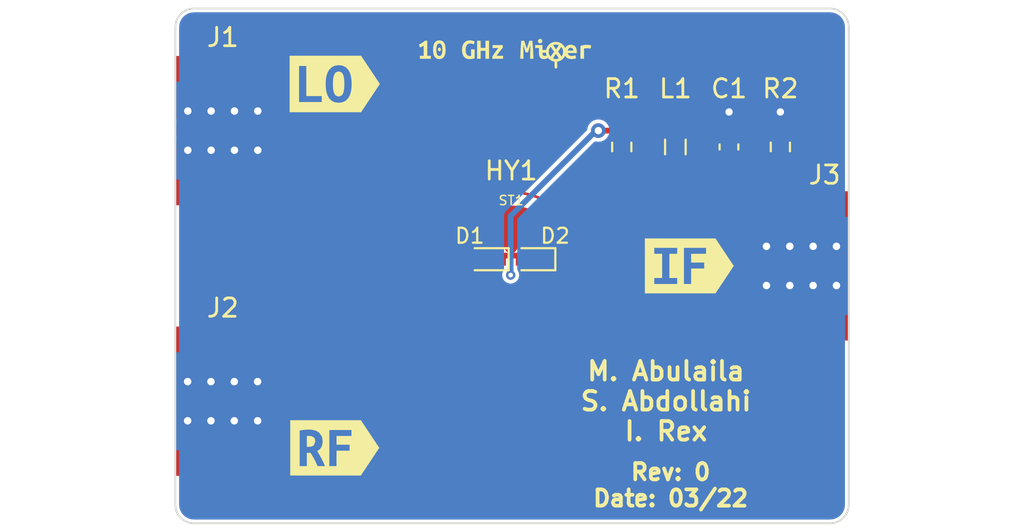
<source format=kicad_pcb>
(kicad_pcb (version 20211014) (generator pcbnew)
  (layers (0 "F.Cu" signal) (1 "In1.Cu" power) (2 "In2.Cu" power) (31 "B.Cu" signal) (34 "B.Paste" user) (35 "F.Paste" user) (36 "B.SilkS" user "B.Silkscreen") (37 "F.SilkS" user "F.Silkscreen") (38 "B.Mask" user) (39 "F.Mask" user) (44 "Edge.Cuts" user))
  (net 0 "")
  (net 1 "/IF_FILTERED")
  (net 2 "GND")
  (net 3 "/IF_UNFILTERED")
  (net 4 "/SUM")
  (net 5 "/DIFF")
  (net 6 "/RF")
  (net 7 "/LO")
  (net 8 "Net-(L1-Pad1)")
  (footprint "irex_Connector_Coaxial:SMA_Cinch_142-0761-861_EdgeMount" (layer "F.Cu") (at 78.221688 111.76 90)
    (fp_text reference "J2" (at 5.08 2.042312 unlocked) (layer "F.SilkS"))
    (fp_text value "SMA")
    (pad "1" smd rect (at 0 0 90) (size 0.508 1.016) (layers "F.Cu" "F.Mask") (net 6 "/RF"))
    (pad "2" thru_hole circle (at -1.0668 2.667 90) (size 0.762 0.762) (drill 0.4064) (layers *.Cu "F.Mask") (net 2 "GND"))
    (pad "2" thru_hole circle (at -1.0668 0.127 90) (size 0.762 0.762) (drill 0.4064) (layers *.Cu *.Mask) (net 2 "GND"))
    (pad "2" smd rect (at 2.34061 2.2606 90) (size 3.44932 5.5372) (layers "F.Cu" "F.Mask") (net 2 "GND"))
    (pad "2" smd rect (at 0 0.381 90) (size 5.334 1.778) (layers "B.Cu" "B.Mask") (net 2 "GND"))
    (pad "2" thru_hole circle (at 1.0668 1.397 90) (size 0.762 0.762) (drill 0.4064) (layers *.Cu "F.Mask") (net 2 "GND"))
    (pad "2" thru_hole circle (at 1.0668 3.937 90) (size 0.762 0.762) (drill 0.4064) (layers *.Cu "F.Mask") (net 2 "GND"))
    (pad "2" thru_hole circle (at -1.0668 1.397 90) (size 0.762 0.762) (drill 0.4064) (layers *.Cu "F.Mask") (net 2 "GND"))
    (pad "2" thru_hole circle (at 1.0668 0.127 90) (size 0.762 0.762) (drill 0.4064) (layers *.Cu *.Mask) (net 2 "GND"))
    (pad "2" thru_hole circle (at -1.0668 3.937 90) (size 0.762 0.762) (drill 0.4064) (layers *.Cu "F.Mask") (net 2 "GND"))
    (pad "2" thru_hole circle (at 1.0668 2.667 90) (size 0.762 0.762) (drill 0.4064) (layers *.Cu "F.Mask") (net 2 "GND"))
    (pad "2" smd rect (at -2.34061 2.2606 90) (size 3.44932 5.5372) (layers "F.Cu" "F.Mask") (net 2 "GND"))
  )
  (footprint "Geometries_MLIN:RadialStub_L99.00mils_TraceWidth13.50mils_Angle80deg" (layer "F.Cu") (at 95.9485 103.683925)
    (fp_text reference "ST1" (at 0.0127 -2.853925) (layer "F.SilkS") (effects (font (size 0.508 0.508) (thickness 0.0762))))
    (fp_text value "10GHz GND" hide)
    (pad "1" smd custom locked (at 0 -0.085725) (size 0.3429 0.17145) (layers "F.Cu") (net 3 "/IF_UNFILTERED") (options (clearance outline) (anchor rect)) (primitives (gr_poly (pts (xy -0.17145 0.085725) (xy -1.787804 -1.84057) (xy -1.634824 -1.960091) (xy -1.47388 -2.068649) (xy -1.305755 -2.165716) (xy -1.131268 -2.250819) (xy -0.95127 -2.323543) (xy -0.766638 -2.383534) (xy -0.578271 -2.430499) (xy -0.387086 -2.46421) (xy -0.194016 -2.484503) (xy 0 -2.491278) (xy 0.194016 -2.484503) (xy 0.387086 -2.46421) (xy 0.578271 -2.430499) (xy 0.766638 -2.383534) (xy 0.95127 -2.323543) (xy 1.131268 -2.250819) (xy 1.305755 -2.165716) (xy 1.47388 -2.068649) (xy 1.634824 -1.960091) (xy 1.787804 -1.84057) (xy 0.17145 0.085725)) (width 0) (fill yes))))
  )
  (footprint "kibuzzard-623945C3" (layer "F.Cu") (at 95.631 92.583)
    (fp_text reference "kibuzzard-623945C3" hide)
    (fp_text value "G***" hide)
    (fp_poly (pts (xy -0.870744 -0.450056) (xy -0.870744 0.532606) (xy -1.066006 0.532606) (xy -1.066006 0.099219) (xy -1.326356 0.099219) (xy -1.326356 0.532606) (xy -1.521619 0.532606) (xy -1.521619 -0.450056) (xy -1.326356 -0.450056) (xy -1.326356 -0.062706) (xy -1.066006 -0.062706) (xy -1.066006 -0.450056) (xy -0.870744 -0.450056)) (layer "F.SilkS") (width 0) (fill solid))
    (fp_poly (pts (xy 2.323306 0.500856) (xy 2.2098 0.53975) (xy 2.112169 0.550069) (xy 2.04212 0.544513) (xy 1.984375 0.527844) (xy 1.901825 0.46355) (xy 1.858169 0.361156) (xy 1.848644 0.296466) (xy 1.845469 0.223044) (xy 1.845469 -0.051594) (xy 1.639094 -0.051594) (xy 1.639094 -0.213519) (xy 2.040731 -0.213519) (xy 2.040731 0.248444) (xy 2.065338 0.347663) (xy 2.147094 0.380206) (xy 2.212181 0.373063) (xy 2.297906 0.343694) (xy 2.323306 0.500856)) (layer "F.SilkS") (width 0) (fill solid))
    (fp_poly (pts (xy 3.218656 0.165894) (xy 3.718719 0.088106) (xy 3.710781 0.030163) (xy 3.685381 -0.019844) (xy 3.640931 -0.055563) (xy 3.574256 -0.069056) (xy 3.508375 -0.056356) (xy 3.462338 -0.021431) (xy 3.433763 0.029369) (xy 3.420269 0.088106) (xy 3.718719 0.088106) (xy 3.218656 0.165894) (xy 3.226197 0.073422) (xy 3.248819 -0.007144) (xy 3.283744 -0.075605) (xy 3.328194 -0.131763) (xy 3.380978 -0.175617) (xy 3.440906 -0.207169) (xy 3.5052 -0.226219) (xy 3.571081 -0.232569) (xy 3.672328 -0.221721) (xy 3.755937 -0.189177) (xy 3.821906 -0.134938) (xy 3.869531 -0.059884) (xy 3.898106 0.035101) (xy 3.907631 0.150019) (xy 3.906838 0.189706) (xy 3.904456 0.223044) (xy 3.420269 0.223044) (xy 3.43535 0.28833) (xy 3.480594 0.338138) (xy 3.54965 0.369689) (xy 3.636169 0.380206) (xy 3.748088 0.367506) (xy 3.837781 0.342106) (xy 3.864769 0.508794) (xy 3.756819 0.538163) (xy 3.628231 0.550069) (xy 3.537942 0.543917) (xy 3.457575 0.525463) (xy 3.387725 0.494903) (xy 3.328988 0.452438) (xy 3.281958 0.398264) (xy 3.247231 0.332581) (xy 3.2258 0.255191) (xy 3.218656 0.165894)) (layer "F.SilkS") (width 0) (fill solid))
    (fp_poly (pts (xy 2.778919 0.019844) (xy 2.931319 -0.213519) (xy 3.129756 -0.213519) (xy 2.888456 0.145256) (xy 2.963069 0.242888) (xy 3.032919 0.346869) (xy 3.093244 0.446881) (xy 3.139281 0.532606) (xy 2.936081 0.532606) (xy 2.893219 0.456009) (xy 2.850356 0.388144) (xy 2.808684 0.327819) (xy 2.769394 0.273844) (xy 2.72415 0.33655) (xy 2.683669 0.397669) (xy 2.645172 0.461566) (xy 2.605881 0.532606) (xy 2.407444 0.532606) (xy 2.462213 0.439738) (xy 2.5273 0.341313) (xy 2.598738 0.242094) (xy 2.670969 0.148431) (xy 2.409031 -0.213519) (xy 2.613819 -0.213519) (xy 2.778919 0.019844)) (layer "F.SilkS") (width 0) (fill solid))
    (fp_poly (pts (xy -4.429919 0.370681) (xy -4.429919 -0.178594) (xy -4.531519 -0.122238) (xy -4.628356 -0.083344) (xy -4.691856 -0.245269) (xy -4.609306 -0.281781) (xy -4.520406 -0.330994) (xy -4.436269 -0.388144) (xy -4.368006 -0.450056) (xy -4.234656 -0.450056) (xy -4.234656 0.370681) (xy -4.039394 0.370681) (xy -4.039394 0.532606) (xy -4.636294 0.532606) (xy -4.636294 0.370681) (xy -4.429919 0.370681)) (layer "F.SilkS") (width 0) (fill solid))
    (fp_poly (pts (xy -0.123031 -0.070644) (xy -0.186531 0.004763) (xy -0.229592 0.057745) (xy -0.276225 0.116681) (xy -0.324644 0.179983) (xy -0.373063 0.246063) (xy -0.418902 0.310952) (xy -0.459581 0.370681) (xy -0.107156 0.370681) (xy -0.107156 0.532606) (xy -0.692944 0.532606) (xy -0.692944 0.413544) (xy -0.654844 0.352425) (xy -0.613569 0.289719) (xy -0.570706 0.226814) (xy -0.527844 0.1651) (xy -0.485378 0.10537) (xy -0.443706 0.048419) (xy -0.369094 -0.051594) (xy -0.677069 -0.051594) (xy -0.677069 -0.213519) (xy -0.123031 -0.213519) (xy -0.123031 -0.070644)) (layer "F.SilkS") (width 0) (fill solid))
    (fp_poly (pts (xy -3.488531 0.023019) (xy -3.513138 0.096838) (xy -3.575844 0.127794) (xy -3.640931 0.096838) (xy -3.664744 0.023019) (xy -3.640931 -0.051594) (xy -3.575844 -0.083344) (xy -3.513138 -0.051594) (xy -3.488531 0.023019)) (layer "F.SilkS") (width 0) (fill solid))
    (fp_poly (pts (xy -1.891506 -0.302419) (xy -2.008981 -0.277019) (xy -2.087563 -0.206375) (xy -2.132013 -0.098425) (xy -2.142133 -0.032345) (xy -2.145506 0.040481) (xy -2.139333 0.147638) (xy -2.120812 0.234156) (xy -2.089944 0.300038) (xy -2.021284 0.362545) (xy -1.926431 0.383381) (xy -1.888331 0.381794) (xy -1.850231 0.377031) (xy -1.850231 0.018256) (xy -1.654969 0.018256) (xy -1.654969 0.508794) (xy -1.763713 0.537369) (xy -1.84527 0.549275) (xy -1.942306 0.553244) (xy -2.029817 0.545108) (xy -2.1082 0.5207) (xy -2.176661 0.480219) (xy -2.234406 0.423863) (xy -2.280841 0.351631) (xy -2.315369 0.263525) (xy -2.3368 0.159742) (xy -2.343944 0.040481) (xy -2.335609 -0.077589) (xy -2.310606 -0.180975) (xy -2.271316 -0.26928) (xy -2.220119 -0.342106) (xy -2.157809 -0.399058) (xy -2.085181 -0.439738) (xy -2.004616 -0.464145) (xy -1.918494 -0.472281) (xy -1.8161 -0.46355) (xy -1.737519 -0.443706) (xy -1.68275 -0.419894) (xy -1.650206 -0.400844) (xy -1.701006 -0.245269) (xy -1.786731 -0.284956) (xy -1.891506 -0.302419)) (layer "F.SilkS") (width 0) (fill solid))
    (fp_poly (pts (xy 1.043781 -0.450056) (xy 1.071563 -0.364331) (xy 1.107281 -0.251619) (xy 1.145381 -0.129381) (xy 1.181894 -0.015081) (xy 1.221581 -0.136525) (xy 1.261269 -0.257175) (xy 1.296194 -0.365919) (xy 1.324769 -0.450056) (xy 1.486694 -0.450056) (xy 1.497608 -0.323056) (xy 1.508125 -0.199231) (xy 1.51765 -0.077589) (xy 1.525588 0.042863) (xy 1.532136 0.163116) (xy 1.537494 0.284163) (xy 1.541859 0.406995) (xy 1.545431 0.532606) (xy 1.366044 0.532606) (xy 1.375569 -0.230981) (xy 1.254919 0.184944) (xy 1.112044 0.184944) (xy 0.996156 -0.230981) (xy 1.004094 0.532606) (xy 0.824706 0.532606) (xy 0.829667 0.409575) (xy 0.835025 0.281781) (xy 0.84078 0.152003) (xy 0.846931 0.023019) (xy 0.853877 -0.103584) (xy 0.862013 -0.226219) (xy 0.871339 -0.342503) (xy 0.881856 -0.450056) (xy 1.043781 -0.450056)) (layer "F.SilkS") (width 0) (fill solid))
    (fp_poly (pts (xy 4.656931 -0.015081) (xy 4.611688 -0.024606) (xy 4.558506 -0.033338) (xy 4.506119 -0.038894) (xy 4.463256 -0.040481) (xy 4.382294 -0.036513) (xy 4.301331 -0.021431) (xy 4.301331 0.532606) (xy 4.104481 0.532606) (xy 4.104481 -0.164306) (xy 4.183261 -0.190103) (xy 4.264025 -0.210344) (xy 4.352727 -0.223441) (xy 4.455319 -0.227806) (xy 4.500563 -0.226219) (xy 4.563269 -0.220663) (xy 4.630738 -0.211138) (xy 4.691856 -0.196056) (xy 4.656931 -0.015081)) (layer "F.SilkS") (width 0) (fill solid))
    (fp_poly (pts (xy 2.032794 -0.427831) (xy 1.996281 -0.337344) (xy 1.908969 -0.304006) (xy 1.82245 -0.337344) (xy 1.786731 -0.427831) (xy 1.82245 -0.519906) (xy 1.908969 -0.553244) (xy 1.996281 -0.519906) (xy 2.032794 -0.427831)) (layer "F.SilkS") (width 0) (fill solid))
    (fp_poly (pts (xy -3.236119 0.038894) (xy -3.412331 0.038894) (xy -3.417006 -0.064382) (xy -3.431028 -0.149842) (xy -3.4544 -0.217488) (xy -3.506192 -0.283567) (xy -3.577431 -0.305594) (xy -3.647678 -0.283567) (xy -3.699669 -0.217488) (xy -3.723481 -0.149842) (xy -3.737769 -0.064382) (xy -3.742531 0.038894) (xy -3.737769 0.143051) (xy -3.723481 0.229041) (xy -3.699669 0.296863) (xy -3.647678 0.362942) (xy -3.577431 0.384969) (xy -3.506192 0.362942) (xy -3.4544 0.296863) (xy -3.431028 0.229041) (xy -3.417006 0.143051) (xy -3.412331 0.038894) (xy -3.236119 0.038894) (xy -3.241576 0.160734) (xy -3.257947 0.265906) (xy -3.285232 0.354409) (xy -3.323431 0.426244) (xy -3.390459 0.496799) (xy -3.475126 0.539133) (xy -3.577431 0.553244) (xy -3.679737 0.539133) (xy -3.764403 0.496799) (xy -3.831431 0.426244) (xy -3.86963 0.354409) (xy -3.896916 0.265906) (xy -3.913287 0.160734) (xy -3.918744 0.038894) (xy -3.913188 -0.081558) (xy -3.896519 -0.185738) (xy -3.868738 -0.273645) (xy -3.829844 -0.345281) (xy -3.762287 -0.415837) (xy -3.678149 -0.45817) (xy -3.577431 -0.472281) (xy -3.475126 -0.458258) (xy -3.390459 -0.41619) (xy -3.323431 -0.346075) (xy -3.285232 -0.274687) (xy -3.257947 -0.18673) (xy -3.241576 -0.082203) (xy -3.236119 0.038894)) (layer "F.SilkS") (width 0) (fill solid))
  )
  (footprint "Capacitor_SMD:C_0603_1608Metric" (layer "F.Cu") (at 107.823 97.917 90)
    (fp_text reference "C1" (at 3.175 0.004668 180) (layer "F.SilkS"))
    (fp_text value "C")
    (fp_line (start -0.14058 -0.51) (end 0.14058 -0.51) (layer "F.SilkS") (width 0.12))
    (fp_line (start -0.14058 0.51) (end 0.14058 0.51) (layer "F.SilkS") (width 0.12))
    (pad "1" smd roundrect (at -0.775 0 90) (size 0.9 0.95) (layers "F.Cu" "F.Paste" "F.Mask") (net 1 "/IF_FILTERED"))
    (pad "2" smd roundrect (at 0.775 0 90) (size 0.9 0.95) (layers "F.Cu" "F.Paste" "F.Mask") (net 2 "GND"))
  )
  (footprint "irex_Connector_Coaxial:SMA_Cinch_142-0761-861_EdgeMount" (layer "F.Cu") (at 78.232 97.028 90)
    (fp_text reference "J1" (at 5.08 2.032 unlocked) (layer "F.SilkS"))
    (fp_text value "SMA")
    (pad "1" smd rect (at 0 0 90) (size 0.508 1.016) (layers "F.Cu" "F.Mask") (net 7 "/LO"))
    (pad "2" thru_hole circle (at -1.0668 1.397 90) (size 0.762 0.762) (drill 0.4064) (layers *.Cu "F.Mask") (net 2 "GND"))
    (pad "2" thru_hole circle (at 1.0668 1.397 90) (size 0.762 0.762) (drill 0.4064) (layers *.Cu "F.Mask") (net 2 "GND"))
    (pad "2" smd rect (at 2.34061 2.2606 90) (size 3.44932 5.5372) (layers "F.Cu" "F.Mask") (net 2 "GND"))
    (pad "2" smd rect (at -2.34061 2.2606 90) (size 3.44932 5.5372) (layers "F.Cu" "F.Mask") (net 2 "GND"))
    (pad "2" smd rect (at 0 0.381 90) (size 5.334 1.778) (layers "B.Cu" "B.Mask") (net 2 "GND"))
    (pad "2" thru_hole circle (at 1.0668 2.667 90) (size 0.762 0.762) (drill 0.4064) (layers *.Cu "F.Mask") (net 2 "GND"))
    (pad "2" thru_hole circle (at 1.0668 3.937 90) (size 0.762 0.762) (drill 0.4064) (layers *.Cu "F.Mask") (net 2 "GND"))
    (pad "2" thru_hole circle (at -1.0668 0.127 90) (size 0.762 0.762) (drill 0.4064) (layers *.Cu *.Mask) (net 2 "GND"))
    (pad "2" thru_hole circle (at -1.0668 3.937 90) (size 0.762 0.762) (drill 0.4064) (layers *.Cu "F.Mask") (net 2 "GND"))
    (pad "2" thru_hole circle (at 1.0668 0.127 90) (size 0.762 0.762) (drill 0.4064) (layers *.Cu *.Mask) (net 2 "GND"))
    (pad "2" thru_hole circle (at -1.0668 2.667 90) (size 0.762 0.762) (drill 0.4064) (layers *.Cu "F.Mask") (net 2 "GND"))
  )
  (footprint "Diode_SMD:D_SOD-523" (layer "F.Cu") (at 97.2185 104.03 180)
    (fp_text reference "D2" (at -1.141501 1.270007) (layer "F.SilkS") (effects (font (size 0.8128 0.8128) (thickness 0.12192))))
    (fp_text value "SMS7621-079LF")
    (fp_line (start 0.7 0.6) (end -1.15 0.6) (layer "F.SilkS") (width 0.12))
    (fp_line (start -1.15 -0.6) (end -1.15 0.6) (layer "F.SilkS") (width 0.12))
    (fp_line (start 0.7 -0.6) (end -1.15 -0.6) (layer "F.SilkS") (width 0.12))
    (pad "1" smd rect (at -0.7 0) (size 0.6 0.7) (layers "F.Cu" "F.Paste" "F.Mask") (net 5 "/DIFF"))
    (pad "2" smd rect (at 0.7 0) (size 0.6 0.7) (layers "F.Cu" "F.Paste" "F.Mask") (net 3 "/IF_UNFILTERED"))
  )
  (footprint "Geometries_MLIN:RatRaceCoupler_Radius158.00mils_TraceWidth5.90mils" (layer "F.Cu") (at 95.9485 104.394 -30)
    (fp_text reference "HY1" (at -2.579801 -4.493747) (layer "F.SilkS"))
    (fp_text value "10GHz Rat Race")
    (fp_circle (center 0 0) (end 4.0132 0) (layer "F.Cu") (width 0.14986) (fill none))
    (pad "1" smd circle locked (at -4.0132 0 330) (size 0.14986 0.14986) (layers "F.Cu") (net 7 "/LO"))
    (pad "2" smd circle locked (at -2.0066 3.475533 330) (size 0.14986 0.14986) (layers "F.Cu") (net 4 "/SUM"))
    (pad "3" smd circle locked (at 2.0066 3.475533 330) (size 0.14986 0.14986) (layers "F.Cu") (net 6 "/RF"))
    (pad "4" smd circle locked (at 4.0132 0 330) (size 0.14986 0.14986) (layers "F.Cu") (net 5 "/DIFF"))
  )
  (footprint "kibuzzard-623F2807" (layer "F.Cu") (at 86.36 114.3)
    (fp_text reference "kibuzzard-623F2807" hide)
    (fp_text value "G***" hide)
    (fp_poly (pts (xy -1.911835 -1.506405) (xy -1.403835 -0.993775) (xy -1.243498 -0.98425) (xy -1.099035 -0.955675) (xy -0.972035 -0.907256) (xy -0.864085 -0.8382) (xy -0.713273 -0.636588) (xy -0.673982 -0.503634) (xy -0.660885 -0.34925) (xy -0.678348 -0.185738) (xy -0.730735 -0.0381) (xy -0.823604 0.084931) (xy -0.96251 0.174625) (xy -0.29576 0.993775) (xy -0.29576 -0.97155) (xy 0.907565 -0.97155) (xy 0.907565 -0.6477) (xy 0.094765 -0.6477) (xy 0.094765 -0.17145) (xy 0.805965 -0.17145) (xy 0.805965 0.1524) (xy 0.094765 0.1524) (xy 0.094765 0.993775) (xy -0.29576 0.993775) (xy -0.96251 0.174625) (xy -0.84821 0.357188) (xy -0.730735 0.566738) (xy -0.621198 0.785813) (xy -0.53071 0.993775) (xy -0.940285 0.993775) (xy -1.019263 0.806847) (xy -1.110148 0.627063) (xy -1.210557 0.449659) (xy -1.31811 0.269875) (xy -1.52131 0.269875) (xy -1.52131 0.993775) (xy -1.911835 0.993775) (xy -1.911835 -0.942975) (xy -1.786423 -0.966788) (xy -1.64831 -0.982663) (xy -1.51496 -0.9906) (xy -1.403835 -0.993775) (xy -1.911835 -1.506405) (xy -2.424465 -1.506405) (xy -2.424465 1.506405) (xy -1.911835 1.506405) (xy 0.907565 1.506405) (xy 1.420195 1.506405) (xy 2.424465 0) (xy 1.420195 -1.506405) (xy 0.907565 -1.506405) (xy -1.911835 -1.506405)) (layer "F.SilkS") (width 0) (fill solid))
    (fp_poly (pts (xy -1.05776 -0.352425) (xy -1.081573 -0.487363) (xy -1.15301 -0.581025) (xy -1.263341 -0.635794) (xy -1.403835 -0.65405) (xy -1.45781 -0.652463) (xy -1.52131 -0.644525) (xy -1.52131 -0.053975) (xy -1.435585 -0.053975) (xy -1.263341 -0.073422) (xy -1.14666 -0.131763) (xy -1.05776 -0.352425)) (layer "F.SilkS") (width 0) (fill solid))
  )
  (footprint "kibuzzard-62394568" (layer "F.Cu") (at 105.664 104.394)
    (fp_text reference "kibuzzard-62394568" hide)
    (fp_text value "G***" hide)
    (fp_poly (pts (xy -1.908131 -1.495293) (xy -1.908131 -0.982663) (xy -0.660356 -0.982663) (xy -0.660356 -0.658813) (xy -1.085806 -0.658813) (xy -1.085806 0.658813) (xy -0.660356 0.658813) (xy -0.292056 0.982663) (xy -0.292056 -0.982663) (xy 0.911269 -0.982663) (xy 0.911269 -0.658813) (xy 0.098469 -0.658813) (xy 0.098469 -0.182563) (xy 0.809669 -0.182563) (xy 0.809669 0.141288) (xy 0.098469 0.141288) (xy 0.098469 0.982663) (xy -0.292056 0.982663) (xy -0.660356 0.658813) (xy -0.660356 0.982663) (xy -1.908131 0.982663) (xy -1.908131 0.658813) (xy -1.479506 0.658813) (xy -1.479506 -0.658813) (xy -1.908131 -0.658813) (xy -1.908131 -0.982663) (xy -1.908131 -1.495293) (xy -2.420761 -1.495293) (xy -2.420761 1.495293) (xy -1.908131 1.495293) (xy 0.911269 1.495293) (xy 1.423899 1.495293) (xy 2.420761 0) (xy 1.423899 -1.495293) (xy 0.911269 -1.495293) (xy -1.908131 -1.495293)) (layer "F.SilkS") (width 0) (fill solid))
  )
  (footprint "Resistor_SMD:R_0603_1608Metric" (layer "F.Cu") (at 101.985668 97.917 -90)
    (fp_text reference "R1" (at -3.175 0 180) (layer "F.SilkS"))
    (fp_text value "R")
    (fp_line (start -0.237258 -0.5225) (end 0.237258 -0.5225) (layer "F.SilkS") (width 0.12))
    (fp_line (start -0.237258 0.5225) (end 0.237258 0.5225) (layer "F.SilkS") (width 0.12))
    (pad "1" smd roundrect (at -0.825 0 270) (size 0.8 0.95) (layers "F.Cu" "F.Paste" "F.Mask") (net 3 "/IF_UNFILTERED"))
    (pad "2" smd roundrect (at 0.825 0 270) (size 0.8 0.95) (layers "F.Cu" "F.Paste" "F.Mask") (net 8 "Net-(L1-Pad1)"))
  )
  (footprint "Resistor_SMD:R_0603_1608Metric" (layer "F.Cu") (at 110.621668 97.917 -90)
    (fp_text reference "R2" (at -3.175 0 180) (layer "F.SilkS"))
    (fp_text value "R")
    (fp_line (start -0.237258 0.5225) (end 0.237258 0.5225) (layer "F.SilkS") (width 0.12))
    (fp_line (start -0.237258 -0.5225) (end 0.237258 -0.5225) (layer "F.SilkS") (width 0.12))
    (pad "1" smd roundrect (at -0.825 0 270) (size 0.8 0.95) (layers "F.Cu" "F.Paste" "F.Mask") (net 2 "GND"))
    (pad "2" smd roundrect (at 0.825 0 270) (size 0.8 0.95) (layers "F.Cu" "F.Paste" "F.Mask") (net 1 "/IF_FILTERED"))
  )
  (footprint "Diode_SMD:D_SOD-523" (layer "F.Cu") (at 94.6785 104.03 180)
    (fp_text reference "D1" (at 0.968502 1.270007) (layer "F.SilkS") (effects (font (size 0.8128 0.8128) (thickness 0.12192))))
    (fp_text value "SMS7621-079LF")
    (fp_line (start 0.7 -0.6) (end -1.15 -0.6) (layer "F.SilkS") (width 0.12))
    (fp_line (start 0.7 0.6) (end -1.15 0.6) (layer "F.SilkS") (width 0.12))
    (fp_line (start -1.15 -0.6) (end -1.15 0.6) (layer "F.SilkS") (width 0.12))
    (pad "1" smd rect (at -0.7 0) (size 0.6 0.7) (layers "F.Cu" "F.Paste" "F.Mask") (net 3 "/IF_UNFILTERED"))
    (pad "2" smd rect (at 0.7 0) (size 0.6 0.7) (layers "F.Cu" "F.Paste" "F.Mask") (net 4 "/SUM"))
  )
  (footprint "Inductor_SMD:L_0805_2012Metric" (layer "F.Cu") (at 104.904334 97.917 -90)
    (fp_text reference "L1" (at -3.175 -0.002334 180) (layer "F.SilkS"))
    (fp_text value "L")
    (fp_line (start -0.399622 -0.56) (end 0.399622 -0.56) (layer "F.SilkS") (width 0.12))
    (fp_line (start -0.399622 0.56) (end 0.399622 0.56) (layer "F.SilkS") (width 0.12))
    (pad "1" smd roundrect (at -1.0625 0 270) (size 0.875 1.2) (layers "F.Cu" "F.Paste" "F.Mask") (net 8 "Net-(L1-Pad1)"))
    (pad "2" smd roundrect (at 1.0625 0 270) (size 0.875 1.2) (layers "F.Cu" "F.Paste" "F.Mask") (net 1 "/IF_FILTERED"))
  )
  (footprint "kibuzzard-623F27F5" (layer "F.Cu") (at 86.36 94.488)
    (fp_text reference "kibuzzard-623F27F5" hide)
    (fp_text value "G***" hide)
    (fp_poly (pts (xy -0.099968 0) (xy -0.09719 0.138509) (xy -0.088856 0.268288) (xy -0.044406 0.485775) (xy 0.049257 0.631825) (xy 0.211182 0.6858) (xy 0.371519 0.631825) (xy 0.466769 0.484188) (xy 0.511219 0.2667) (xy 0.519553 0.138113) (xy 0.522332 0) (xy 0.519553 -0.138509) (xy 0.511219 -0.268288) (xy 0.466769 -0.485775) (xy 0.373107 -0.631825) (xy 0.211182 -0.6858) (xy 0.049257 -0.631825) (xy -0.044406 -0.484188) (xy -0.088856 -0.2667) (xy -0.09719 -0.138113) (xy -0.099968 0)) (layer "F.SilkS") (width 0) (fill solid))
    (fp_poly (pts (xy -1.944643 -1.538155) (xy -1.944643 -0.981075) (xy -1.550943 -0.981075) (xy -1.550943 0.6604) (xy -0.709568 0.6604) (xy -0.709568 0.98425) (xy -0.496843 0) (xy -0.485136 -0.238423) (xy -0.450012 -0.445691) (xy -0.391473 -0.621804) (xy -0.309518 -0.766763) (xy -0.168407 -0.910519) (xy 0.005159 -0.996774) (xy 0.211182 -1.025525) (xy 0.423554 -0.996774) (xy 0.599237 -0.910519) (xy 0.738232 -0.766763) (xy 0.817408 -0.621804) (xy 0.873963 -0.445691) (xy 0.907896 -0.238423) (xy 0.919207 0) (xy 0.907697 0.238423) (xy 0.873169 0.445691) (xy 0.815622 0.621804) (xy 0.735057 0.766763) (xy 0.595357 0.910519) (xy 0.42179 0.996774) (xy 0.214357 1.025525) (xy 0.001808 0.996774) (xy -0.174405 0.910519) (xy -0.314281 0.766763) (xy -0.394152 0.621804) (xy -0.451203 0.445691) (xy -0.485433 0.238423) (xy -0.496843 0) (xy -0.709568 0.98425) (xy -1.944643 0.98425) (xy -1.944643 -0.981075) (xy -1.944643 -1.538155) (xy -2.457274 -1.538155) (xy -2.457274 1.538155) (xy -1.944643 1.538155) (xy 0.919207 1.538155) (xy 1.431837 1.538155) (xy 2.457274 0) (xy 1.431837 -1.538155) (xy 0.919207 -1.538155) (xy -1.944643 -1.538155)) (layer "F.SilkS") (width 0) (fill solid))
  )
  (footprint "irex_Connector_Coaxial:SMA_Cinch_142-0761-861_EdgeMount" (layer "F.Cu") (at 113.802312 104.394 -90)
    (fp_text reference "J3" (at -4.953 0.7723 unlocked) (layer "F.SilkS"))
    (fp_text value "SMA")
    (pad "1" smd rect (at 0 0 270) (size 0.508 1.016) (layers "F.Cu" "F.Mask") (net 1 "/IF_FILTERED"))
    (pad "2" thru_hole circle (at 1.0668 0.127 270) (size 0.762 0.762) (drill 0.4064) (layers *.Cu *.Mask) (net 2 "GND"))
    (pad "2" smd rect (at 0 0.381 270) (size 5.334 1.778) (layers "B.Cu" "B.Mask") (net 2 "GND"))
    (pad "2" thru_hole circle (at -1.0668 1.397 270) (size 0.762 0.762) (drill 0.4064) (layers *.Cu "F.Mask") (net 2 "GND"))
    (pad "2" thru_hole circle (at -1.0668 3.937 270) (size 0.762 0.762) (drill 0.4064) (layers *.Cu "F.Mask") (net 2 "GND"))
    (pad "2" thru_hole circle (at 1.0668 3.937 270) (size 0.762 0.762) (drill 0.4064) (layers *.Cu "F.Mask") (net 2 "GND"))
    (pad "2" smd rect (at 2.34061 2.2606 270) (size 3.44932 5.5372) (layers "F.Cu" "F.Mask") (net 2 "GND"))
    (pad "2" smd rect (at -2.34061 2.2606 270) (size 3.44932 5.5372) (layers "F.Cu" "F.Mask") (net 2 "GND"))
    (pad "2" thru_hole circle (at -1.0668 0.127 270) (size 0.762 0.762) (drill 0.4064) (layers *.Cu *.Mask) (net 2 "GND"))
    (pad "2" thru_hole circle (at 1.0668 2.667 270) (size 0.762 0.762) (drill 0.4064) (layers *.Cu "F.Mask") (net 2 "GND"))
    (pad "2" thru_hole circle (at -1.0668 2.667 270) (size 0.762 0.762) (drill 0.4064) (layers *.Cu "F.Mask") (net 2 "GND"))
    (pad "2" thru_hole circle (at 1.0668 1.397 270) (size 0.762 0.762) (drill 0.4064) (layers *.Cu "F.Mask") (net 2 "GND"))
  )
  (gr_line (start 98.3996 93.202373) (end 98.3996 93.5736) (layer "F.SilkS") (width 0.15))
  (gr_circle (center 98.3996 92.7354) (end 98.7298 93.0656) (layer "F.SilkS") (width 0.15) (fill none))
  (gr_line (start 97.932627 92.71) (end 97.663 92.71) (layer "F.SilkS") (width 0.15))
  (gr_arc (start 77.68042 91.39642) (mid 77.978 90.678) (end 78.69642 90.38042) (layer "Edge.Cuts") (width 0.1))
  (gr_line (start 78.69642 90.38042) (end 113.32758 90.38042) (layer "Edge.Cuts") (width 0.1))
  (gr_arc (start 114.34358 117.39158) (mid 114.046 118.11) (end 113.32758 118.40758) (layer "Edge.Cuts") (width 0.1))
  (gr_line (start 114.34358 91.39642) (end 114.34358 117.39158) (layer "Edge.Cuts") (width 0.1))
  (gr_arc (start 113.32758 90.38042) (mid 114.046 90.678) (end 114.34358 91.39642) (layer "Edge.Cuts") (width 0.1))
  (gr_arc (start 78.69642 118.40758) (mid 77.978 118.11) (end 77.68042 117.39158) (layer "Edge.Cuts") (width 0.1))
  (gr_line (start 113.32758 118.40758) (end 78.69642 118.40758) (layer "Edge.Cuts") (width 0.1))
  (gr_line (start 77.68042 117.39158) (end 77.68042 91.39642) (layer "Edge.Cuts") (width 0.1))
  (gr_text "M. Abulaila\nS. Abdollahi\nI. Rex" (at 104.394 111.76) (layer "F.SilkS") (effects (font (size 1.016 1.016) (thickness 0.2032))))
  (gr_text "Rev: 0\nDate: 03/22" (at 104.648 116.332) (layer "F.SilkS") (effects (font (size 0.889 0.889) (thickness 0.2032))))
  (segment (start 107.873 98.742) (end 107.823 98.692) (width 0.254) (layer "F.Cu") (net 1))
  (segment (start 113.6753 104.394) (end 108.204 104.394) (width 0.254) (layer "F.Cu") (net 1))
  (segment (start 104.904334 101.094334) (end 104.904334 98.9795) (width 0.254) (layer "F.Cu") (net 1))
  (segment (start 104.904334 98.9795) (end 107.5355 98.9795) (width 0.254) (layer "F.Cu") (net 1))
  (segment (start 108.204 104.394) (end 104.904334 101.094334) (width 0.254) (layer "F.Cu") (net 1))
  (segment (start 107.5355 98.9795) (end 107.823 98.692) (width 0.254) (layer "F.Cu") (net 1))
  (segment (start 110.621668 98.742) (end 107.873 98.742) (width 0.254) (layer "F.Cu") (net 1))
  (segment (start 107.823 96.016668) (end 107.827668 96.012) (width 0.254) (layer "F.Cu") (net 2))
  (segment (start 110.621668 97.092) (end 110.621668 96.012) (width 0.254) (layer "F.Cu") (net 2))
  (segment (start 107.823 97.142) (end 107.823 96.016668) (width 0.254) (layer "F.Cu") (net 2))
  (via (at 110.621668 96.012) (size 0.8) (drill 0.4) (layers "F.Cu" "B.Cu") (net 2))
  (via (at 107.827668 96.012) (size 0.8) (drill 0.4) (layers "F.Cu" "B.Cu") (net 2))
  (segment (start 95.3785 103.979351) (end 95.52272 103.835131) (width 0.31242) (layer "F.Cu") (net 3))
  (segment (start 95.9485 103.5982) (end 95.9485 103.776) (width 0.31242) (layer "F.Cu") (net 3))
  (segment (start 95.9485 103.776) (end 96.007631 103.835131) (width 0.31242) (layer "F.Cu") (net 3))
  (segment (start 96.323631 103.835131) (end 96.5185 104.03) (width 0.31242) (layer "F.Cu") (net 3))
  (segment (start 96.007631 103.835131) (end 96.323631 103.835131) (width 0.31242) (layer "F.Cu") (net 3))
  (segment (start 95.9358 104.8936) (end 95.9358 103.906962) (width 0.31242) (layer "F.Cu") (net 3))
  (segment (start 101.921668 97.028) (end 101.985668 97.092) (width 0.31242) (layer "F.Cu") (net 3))
  (segment (start 96.5185 104.03) (end 96.5185 103.928634) (width 0.31242) (layer "F.Cu") (net 3))
  (segment (start 95.52272 103.835131) (end 96.007631 103.835131) (width 0.31242) (layer "F.Cu") (net 3))
  (segment (start 95.3785 104.03) (end 95.3785 103.979351) (width 0.31242) (layer "F.Cu") (net 3))
  (segment (start 95.9358 103.906962) (end 96.007631 103.835131) (width 0.31242) (layer "F.Cu") (net 3))
  (segment (start 100.711 97.028) (end 101.921668 97.028) (width 0.31242) (layer "F.Cu") (net 3))
  (via (at 100.711 97.028) (size 0.8) (drill 0.4) (layers "F.Cu" "B.Cu") (net 3))
  (via (at 95.9358 104.8936) (size 0.508) (drill 0.254) (layers "F.Cu" "B.Cu") (net 3))
  (segment (start 95.9358 101.6762) (end 100.584 97.028) (width 0.31242) (layer "B.Cu") (net 3))
  (segment (start 100.584 97.028) (end 100.711 97.028) (width 0.31242) (layer "B.Cu") (net 3))
  (segment (start 95.9358 104.8936) (end 95.9358 101.6762) (width 0.31242) (layer "B.Cu") (net 3))
  (segment locked (start 95.4278 106.0112) (end 95.4278 106.4938) (width 0.31242) (layer "F.Cu") (net 4))
  (segment locked (start 93.98 105.0714) (end 94.488 105.0714) (width 0.31242) (layer "F.Cu") (net 4))
  (segment (start 92.497816 106.4006) (end 92.541522 106.356894) (width 0.127) (layer "F.Cu") (net 4))
  (segment (start 93.9785 104.03) (end 93.9785 105.0699) (width 0.31242) (layer "F.Cu") (net 4))
  (segment (start 92.472967 106.4006) (end 92.497816 106.4006) (width 0.127) (layer "F.Cu") (net 4))
  (segment locked (start 93.9546 106.443) (end 93.9546 106.062) (width 0.31242) (layer "F.Cu") (net 4))
  (segment locked (start 93.9785 105.0699) (end 93.98 105.0714) (width 0.31242) (layer "F.Cu") (net 4))
  (segment locked (start 94.869 107.0526) (end 94.5642 107.0526) (width 0.31242) (layer "F.Cu") (net 4))
  (segment (start 93.9785 105.0699) (end 93.933726 105.0699) (width 0.31242) (layer "F.Cu") (net 4))
  (segment (start 93.754121 105.144295) (end 92.541522 106.356894) (width 0.31242) (layer "F.Cu") (net 4))
  (arc locked (start 94.488 105.0714) (mid 95.152539 105.346661) (end 95.4278 106.0112) (width 0.31242) (layer "F.Cu") (net 4))
  (arc locked (start 95.4278 106.4938) (mid 95.264131 106.888931) (end 94.869 107.0526) (width 0.31242) (layer "F.Cu") (net 4))
  (arc locked (start 94.5642 107.0526) (mid 94.133148 106.874052) (end 93.9546 106.443) (width 0.31242) (layer "F.Cu") (net 4))
  (arc (start 93.933726 105.0699) (mid 93.836524 105.089235) (end 93.754121 105.144295) (width 0.31242) (layer "F.Cu") (net 4))
  (segment (start 98.135688 105.144295) (end 99.352354 106.360961) (width 0.31242) (layer "F.Cu") (net 5))
  (segment locked (start 97.028 107.0526) (end 97.3328 107.0526) (width 0.31242) (layer "F.Cu") (net 5))
  (segment locked (start 97.9424 106.443) (end 97.9424 106.062) (width 0.31242) (layer "F.Cu") (net 5))
  (segment (start 97.9185 104.03) (end 97.9185 105.0699) (width 0.31242) (layer "F.Cu") (net 5))
  (segment locked (start 97.9185 105.0699) (end 97.917 105.0714) (width 0.31242) (layer "F.Cu") (net 5))
  (segment locked (start 96.4692 106.0112) (end 96.4692 106.4938) (width 0.31242) (layer "F.Cu") (net 5))
  (segment (start 99.352354 106.360961) (end 99.384394 106.360961) (width 0.127) (layer "F.Cu") (net 5))
  (segment (start 97.9185 105.0699) (end 97.956083 105.0699) (width 0.31242) (layer "F.Cu") (net 5))
  (segment (start 99.384394 106.360961) (end 99.424033 106.4006) (width 0.127) (layer "F.Cu") (net 5))
  (segment locked (start 97.917 105.0714) (end 97.409 105.0714) (width 0.31242) (layer "F.Cu") (net 5))
  (arc locked (start 97.409 105.0714) (mid 96.744461 105.346661) (end 96.4692 106.0112) (width 0.31242) (layer "F.Cu") (net 5))
  (arc locked (start 96.4692 106.4938) (mid 96.632869 106.888931) (end 97.028 107.0526) (width 0.31242) (layer "F.Cu") (net 5))
  (arc (start 98.135688 105.144295) (mid 98.053285 105.089235) (end 97.956083 105.0699) (width 0.31242) (layer "F.Cu") (net 5))
  (arc locked (start 97.3328 107.0526) (mid 97.763852 106.874052) (end 97.9424 106.443) (width 0.31242) (layer "F.Cu") (net 5))
  (segment (start 93.091 111.76) (end 95.948223 108.902777) (width 0.31242) (layer "F.Cu") (net 6))
  (segment (start 95.948223 108.407477) (end 95.9485 108.4072) (width 0.127) (layer "F.Cu") (net 6))
  (segment (start 95.948223 108.488494) (end 95.948223 108.407477) (width 0.127) (layer "F.Cu") (net 6))
  (segment (start 78.2217 111.76) (end 93.091 111.76) (width 0.31242) (layer "F.Cu") (net 6))
  (segment (start 95.948223 108.902777) (end 95.948223 108.488494) (width 0.31242) (layer "F.Cu") (net 6))
  (segment (start 92.472967 102.3874) (end 92.444477 102.3874) (width 0.127) (layer "F.Cu") (net 7))
  (segment (start 92.444477 102.3874) (end 92.40258 102.345503) (width 0.127) (layer "F.Cu") (net 7))
  (segment (start 87.085077 97.028) (end 92.40258 102.345503) (width 0.31242) (layer "F.Cu") (net 7))
  (segment (start 78.232 97.028) (end 87.085077 97.028) (width 0.31242) (layer "F.Cu") (net 7))
  (segment (start 103.016834 98.742) (end 104.904334 96.8545) (width 0.254) (layer "F.Cu") (net 8))
  (segment (start 101.985668 98.742) (end 103.016834 98.742) (width 0.254) (layer "F.Cu") (net 8))
  (zone (net 2) (net_name "GND") (layers "In1.Cu" "In2.Cu" "B.Cu") (connect_pads yes (clearance 0.2032)) (min_thickness 0.254) (fill yes (thermal_gap 0.508) (thermal_bridge_width 0.508))
    (polygon (pts (xy 114.808 118.872) (xy 77.216 118.872) (xy 77.216 89.916) (xy 114.808 89.916)))
  )
)
</source>
